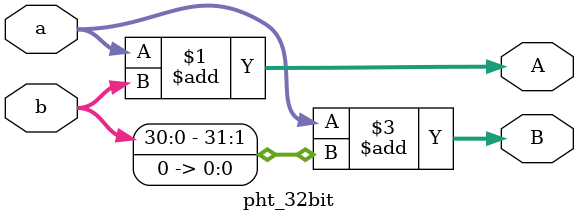
<source format=v>
`timescale 1ns / 1ps
module pht_32bit(a,b,A,B);
    input [31:0] a,b;
    output [31:0] A,B;
    
     // Modulo 2^32 is implicit due to the 32-bit width of the output
    assign A=a+b;
    assign B=a+(b<<1);
endmodule

</source>
